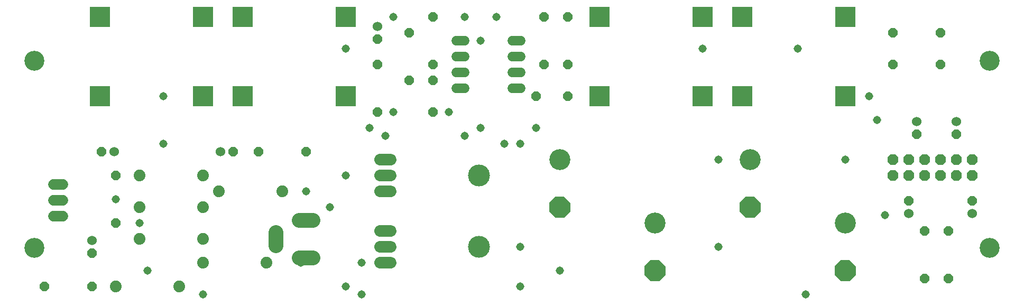
<source format=gbs>
G75*
%MOIN*%
%OFA0B0*%
%FSLAX25Y25*%
%IPPOS*%
%LPD*%
%AMOC8*
5,1,8,0,0,1.08239X$1,22.5*
%
%ADD10OC8,0.13200*%
%ADD11C,0.13200*%
%ADD12OC8,0.06000*%
%ADD13C,0.06000*%
%ADD14C,0.07400*%
%ADD15C,0.07400*%
%ADD16C,0.13800*%
%ADD17C,0.06000*%
%ADD18R,0.12611X0.12611*%
%ADD19C,0.09400*%
%ADD20OC8,0.06800*%
%ADD21C,0.06800*%
%ADD22C,0.12611*%
%ADD23C,0.05156*%
D10*
X0357600Y0087600D03*
X0417600Y0047600D03*
X0477600Y0087600D03*
X0537600Y0047600D03*
D11*
X0537600Y0077600D03*
X0477600Y0117600D03*
X0417600Y0077600D03*
X0357600Y0117600D03*
D12*
X0032600Y0037600D03*
X0062600Y0037600D03*
X0062600Y0058600D03*
X0077600Y0077600D03*
X0077600Y0107600D03*
X0068600Y0122600D03*
X0151600Y0122600D03*
X0167600Y0122600D03*
X0197600Y0122600D03*
X0242600Y0147600D03*
X0277600Y0147600D03*
X0277600Y0167600D03*
X0262600Y0167600D03*
X0277600Y0177600D03*
X0242600Y0177600D03*
X0242600Y0193600D03*
X0262600Y0197600D03*
X0277600Y0207600D03*
X0347600Y0207600D03*
X0362600Y0207600D03*
X0362600Y0177600D03*
X0347600Y0177600D03*
X0342600Y0157600D03*
X0362600Y0157600D03*
X0567600Y0177600D03*
X0597600Y0177600D03*
X0597600Y0197600D03*
X0567600Y0197600D03*
X0582600Y0133600D03*
X0607600Y0133600D03*
X0617600Y0091600D03*
X0577600Y0091600D03*
X0587600Y0072600D03*
X0602600Y0072600D03*
X0602600Y0042600D03*
X0587600Y0042600D03*
D13*
X0577600Y0083600D03*
X0617600Y0083600D03*
X0607600Y0141600D03*
X0582600Y0141600D03*
X0242600Y0201600D03*
X0143600Y0122600D03*
X0076600Y0122600D03*
X0062600Y0066600D03*
D14*
X0092600Y0067600D03*
X0132600Y0067600D03*
X0132600Y0052600D03*
X0117600Y0037600D03*
X0077600Y0037600D03*
X0172600Y0052600D03*
X0132600Y0087600D03*
X0142600Y0097600D03*
X0132600Y0107600D03*
X0092600Y0107600D03*
X0092600Y0087600D03*
X0182600Y0097600D03*
D15*
X0244300Y0097600D02*
X0250900Y0097600D01*
X0250900Y0107600D02*
X0244300Y0107600D01*
X0244300Y0117600D02*
X0250900Y0117600D01*
X0250900Y0072600D02*
X0244300Y0072600D01*
X0244300Y0062600D02*
X0250900Y0062600D01*
X0250900Y0052600D02*
X0244300Y0052600D01*
D16*
X0306600Y0062600D03*
X0306600Y0107600D03*
D17*
X0297600Y0162600D02*
X0292400Y0162600D01*
X0292400Y0172600D02*
X0297600Y0172600D01*
X0297600Y0182600D02*
X0292400Y0182600D01*
X0292400Y0192600D02*
X0297600Y0192600D01*
X0327600Y0192600D02*
X0332800Y0192600D01*
X0332800Y0182600D02*
X0327600Y0182600D01*
X0327600Y0172600D02*
X0332800Y0172600D01*
X0332800Y0162600D02*
X0327600Y0162600D01*
D18*
X0382600Y0157600D03*
X0447600Y0157600D03*
X0472600Y0157600D03*
X0537600Y0157600D03*
X0537600Y0207600D03*
X0472600Y0207600D03*
X0447600Y0207600D03*
X0382600Y0207600D03*
X0222600Y0207600D03*
X0157600Y0207600D03*
X0132600Y0207600D03*
X0067600Y0207600D03*
X0067600Y0157600D03*
X0132600Y0157600D03*
X0157600Y0157600D03*
X0222600Y0157600D03*
D19*
X0201900Y0079411D02*
X0193300Y0079411D01*
X0178702Y0071900D02*
X0178702Y0063300D01*
X0193300Y0055789D02*
X0201900Y0055789D01*
D20*
X0567600Y0107600D03*
X0577600Y0107600D03*
X0587600Y0107600D03*
X0597600Y0107600D03*
X0607600Y0107600D03*
X0617600Y0107600D03*
X0617600Y0117600D03*
X0607600Y0117600D03*
X0597600Y0117600D03*
X0587600Y0117600D03*
X0577600Y0117600D03*
X0567600Y0117600D03*
D21*
X0044222Y0102009D02*
X0038222Y0102009D01*
X0038222Y0092009D02*
X0044222Y0092009D01*
X0044222Y0082009D02*
X0038222Y0082009D01*
D22*
X0026301Y0061931D03*
X0026301Y0180041D03*
X0628663Y0180041D03*
X0628663Y0061931D03*
D23*
X0562600Y0082600D03*
X0537600Y0117600D03*
X0557600Y0142600D03*
X0552600Y0157600D03*
X0507600Y0187600D03*
X0447600Y0187600D03*
X0317600Y0207600D03*
X0297600Y0207600D03*
X0307600Y0192600D03*
X0252600Y0207600D03*
X0222600Y0187600D03*
X0252600Y0147600D03*
X0237600Y0137600D03*
X0247600Y0132600D03*
X0287600Y0147600D03*
X0307600Y0137600D03*
X0297600Y0132600D03*
X0322600Y0127600D03*
X0332600Y0127600D03*
X0342600Y0137600D03*
X0457600Y0117600D03*
X0457600Y0062600D03*
X0512600Y0032600D03*
X0357600Y0047600D03*
X0332600Y0037600D03*
X0332600Y0062600D03*
X0232600Y0052600D03*
X0194411Y0052600D03*
X0222600Y0037600D03*
X0232600Y0032600D03*
X0132600Y0032600D03*
X0097600Y0047600D03*
X0092600Y0077600D03*
X0077600Y0092600D03*
X0107600Y0127600D03*
X0107600Y0157600D03*
X0222600Y0107600D03*
X0197600Y0097600D03*
X0212600Y0087600D03*
M02*

</source>
